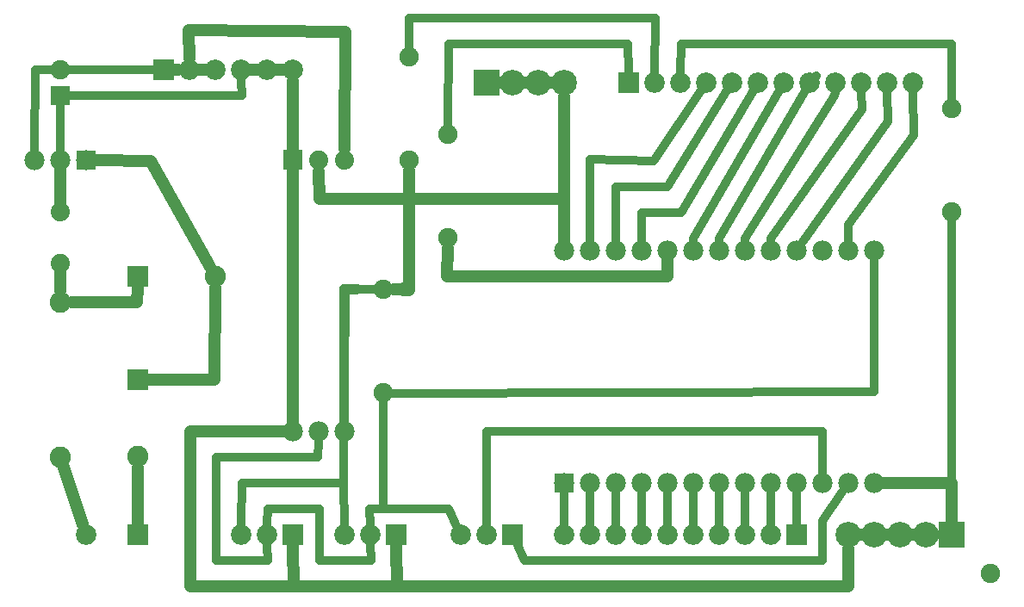
<source format=gbl>
G04 MADE WITH FRITZING*
G04 WWW.FRITZING.ORG*
G04 DOUBLE SIDED*
G04 HOLES PLATED*
G04 CONTOUR ON CENTER OF CONTOUR VECTOR*
%ASAXBY*%
%FSLAX23Y23*%
%MOIN*%
%OFA0B0*%
%SFA1.0B1.0*%
%ADD10C,0.074000*%
%ADD11C,0.075433*%
%ADD12C,0.078000*%
%ADD13C,0.075000*%
%ADD14C,0.082000*%
%ADD15C,0.079370*%
%ADD16C,0.099055*%
%ADD17R,0.078000X0.078000*%
%ADD18R,0.075000X0.075000*%
%ADD19R,0.082000X0.082000*%
%ADD20R,0.079370X0.079370*%
%ADD21R,0.099055X0.099055*%
%ADD22C,0.048000*%
%ADD23C,0.032000*%
%ADD24R,0.001000X0.001000*%
%LNCOPPER0*%
G90*
G70*
G54D10*
X1134Y1714D03*
X1234Y1714D03*
X1334Y1714D03*
X234Y1514D03*
X234Y1314D03*
G54D11*
X3834Y114D03*
G54D12*
X334Y1714D03*
X234Y1714D03*
X134Y1714D03*
X1134Y664D03*
X1234Y664D03*
X1334Y664D03*
X2184Y464D03*
X2184Y1364D03*
X2284Y464D03*
X2284Y1364D03*
X2384Y464D03*
X2384Y1364D03*
X2484Y464D03*
X2484Y1364D03*
X2584Y464D03*
X2584Y1364D03*
X2684Y464D03*
X2684Y1364D03*
X2784Y464D03*
X2784Y1364D03*
X2884Y464D03*
X2884Y1364D03*
X2984Y464D03*
X2984Y1364D03*
X3084Y464D03*
X3084Y1364D03*
X3184Y464D03*
X3184Y1364D03*
X3284Y464D03*
X3284Y1364D03*
X3384Y464D03*
X3384Y1364D03*
G54D13*
X234Y1964D03*
X234Y2064D03*
G54D14*
X534Y864D03*
X534Y566D03*
X234Y564D03*
X234Y1164D03*
X534Y1264D03*
X834Y1264D03*
G54D13*
X1584Y2114D03*
X1584Y1714D03*
X3684Y1914D03*
X3684Y1514D03*
X1734Y1814D03*
X1734Y1414D03*
X1484Y1214D03*
X1484Y814D03*
G54D15*
X3084Y264D03*
X2984Y264D03*
X2884Y264D03*
X2784Y264D03*
X2684Y264D03*
X2584Y264D03*
X2484Y264D03*
X2384Y264D03*
X2284Y264D03*
X2184Y264D03*
G54D16*
X3684Y264D03*
X3584Y264D03*
X3484Y264D03*
X3384Y264D03*
X3284Y264D03*
G54D15*
X1984Y264D03*
X1884Y264D03*
X1784Y264D03*
X1134Y264D03*
X1034Y264D03*
X934Y264D03*
X1534Y264D03*
X1434Y264D03*
X1334Y264D03*
X2434Y2014D03*
X2534Y2014D03*
X2634Y2014D03*
X2734Y2014D03*
X2834Y2014D03*
X2934Y2014D03*
X3034Y2014D03*
X3134Y2014D03*
X3234Y2014D03*
X3334Y2014D03*
X3434Y2014D03*
X3534Y2014D03*
G54D16*
X1884Y2014D03*
X1984Y2014D03*
X2084Y2014D03*
X2184Y2014D03*
G54D15*
X634Y2064D03*
X734Y2064D03*
X834Y2064D03*
X934Y2064D03*
X1034Y2064D03*
X1134Y2064D03*
X534Y264D03*
X334Y264D03*
G54D17*
X334Y1714D03*
X2185Y465D03*
G54D18*
X234Y1964D03*
G54D19*
X534Y865D03*
X534Y1264D03*
G54D20*
X3084Y264D03*
G54D21*
X3684Y264D03*
G54D20*
X1984Y264D03*
X1134Y264D03*
X1534Y264D03*
X2434Y2014D03*
G54D21*
X1884Y2014D03*
G54D20*
X634Y2064D03*
X534Y264D03*
G54D22*
X234Y1552D02*
X234Y1673D01*
D02*
X234Y1276D02*
X234Y1207D01*
G54D23*
D02*
X936Y1964D02*
X274Y1964D01*
D02*
X935Y2022D02*
X936Y1964D01*
G54D22*
D02*
X1336Y2212D02*
X732Y2216D01*
D02*
X732Y2216D02*
X734Y2106D01*
D02*
X1334Y1756D02*
X1336Y2212D01*
D02*
X1236Y1564D02*
X1235Y1672D01*
D02*
X1584Y1564D02*
X1236Y1564D01*
D02*
X1134Y705D02*
X1134Y1672D01*
D02*
X1536Y64D02*
X1136Y64D01*
D02*
X1136Y64D02*
X1135Y222D01*
D02*
X1536Y64D02*
X3284Y64D01*
D02*
X3284Y64D02*
X3284Y212D01*
D02*
X1535Y222D02*
X1536Y64D01*
G54D23*
D02*
X1436Y164D02*
X1236Y164D01*
D02*
X1236Y164D02*
X1236Y364D01*
D02*
X1236Y364D02*
X1036Y364D01*
D02*
X1036Y364D02*
X1035Y306D01*
D02*
X1435Y228D02*
X1436Y164D01*
G54D22*
D02*
X1535Y222D02*
X1536Y64D01*
G54D23*
D02*
X936Y464D02*
X1332Y464D01*
D02*
X1332Y464D02*
X1336Y1216D01*
D02*
X1336Y1216D02*
X1444Y1214D01*
D02*
X935Y306D02*
X936Y464D01*
D02*
X1332Y464D02*
X1332Y1216D01*
D02*
X1332Y1216D02*
X1444Y1214D01*
D02*
X1484Y364D02*
X1484Y780D01*
D02*
X1432Y364D02*
X1484Y364D01*
D02*
X1433Y300D02*
X1432Y364D01*
D02*
X2784Y300D02*
X2784Y428D01*
D02*
X2884Y300D02*
X2884Y428D01*
D02*
X2984Y300D02*
X2984Y428D01*
D02*
X3084Y300D02*
X3084Y428D01*
D02*
X1036Y164D02*
X836Y164D01*
D02*
X836Y164D02*
X836Y564D01*
D02*
X1232Y564D02*
X1233Y623D01*
D02*
X836Y564D02*
X1232Y564D01*
D02*
X1035Y222D02*
X1036Y164D01*
G54D22*
D02*
X1136Y64D02*
X736Y64D01*
D02*
X736Y664D02*
X1093Y664D01*
D02*
X736Y64D02*
X736Y664D01*
D02*
X1135Y222D02*
X1136Y64D01*
G54D23*
D02*
X1332Y1212D02*
X1334Y705D01*
D02*
X1444Y1214D02*
X1332Y1212D01*
D02*
X1334Y300D02*
X1332Y464D01*
D02*
X3436Y1864D02*
X3108Y1398D01*
D02*
X3435Y1978D02*
X3436Y1864D01*
D02*
X3232Y1964D02*
X2884Y1412D01*
D02*
X2884Y1412D02*
X2884Y1405D01*
D02*
X3233Y1978D02*
X3232Y1964D01*
D02*
X3136Y2016D02*
X2784Y1412D01*
D02*
X2784Y1412D02*
X2784Y1405D01*
D02*
X3160Y2040D02*
X3136Y2016D01*
D02*
X2384Y300D02*
X2384Y428D01*
D02*
X2484Y300D02*
X2484Y428D01*
D02*
X2584Y300D02*
X2584Y428D01*
D02*
X2684Y300D02*
X2684Y428D01*
D02*
X3336Y1912D02*
X2984Y1412D01*
D02*
X2984Y1412D02*
X2984Y1405D01*
D02*
X3335Y1978D02*
X3336Y1912D01*
G54D22*
D02*
X692Y2064D02*
X676Y2064D01*
G54D23*
D02*
X3284Y1464D02*
X3284Y1405D01*
D02*
X3536Y1812D02*
X3284Y1464D01*
D02*
X3534Y1978D02*
X3536Y1812D01*
G54D22*
D02*
X3684Y464D02*
X3425Y464D01*
D02*
X3684Y316D02*
X3684Y464D01*
D02*
X2184Y1405D02*
X2184Y1962D01*
G54D23*
D02*
X2284Y1405D02*
X2284Y1716D01*
D02*
X2284Y1716D02*
X2532Y1712D01*
D02*
X2532Y1712D02*
X2714Y1984D01*
D02*
X2684Y1412D02*
X2684Y1405D01*
D02*
X3016Y1983D02*
X2684Y1412D01*
D02*
X2534Y2050D02*
X2536Y2264D01*
D02*
X2536Y2264D02*
X1584Y2264D01*
D02*
X1584Y2264D02*
X1584Y2148D01*
G54D22*
D02*
X2036Y2014D02*
X2032Y2014D01*
G54D23*
D02*
X2000Y231D02*
X2032Y164D01*
D02*
X3184Y316D02*
X3261Y430D01*
D02*
X3184Y164D02*
X3184Y316D01*
D02*
X2032Y164D02*
X3184Y164D01*
G54D22*
D02*
X3536Y264D02*
X3532Y264D01*
G54D23*
D02*
X1734Y1854D02*
X1736Y2164D01*
D02*
X1736Y2164D02*
X2432Y2164D01*
D02*
X2432Y2164D02*
X2434Y2056D01*
G54D22*
D02*
X2136Y2014D02*
X2132Y2014D01*
G54D23*
D02*
X2815Y1983D02*
X2584Y1612D01*
D02*
X2584Y1612D02*
X2384Y1612D01*
D02*
X2384Y1612D02*
X2384Y1405D01*
G54D22*
D02*
X3336Y264D02*
X3332Y264D01*
D02*
X3436Y264D02*
X3432Y264D01*
D02*
X1584Y1216D02*
X1584Y1674D01*
D02*
X1524Y1215D02*
X1584Y1216D01*
G54D23*
D02*
X2635Y2056D02*
X2636Y2164D01*
D02*
X2636Y2164D02*
X3684Y2164D01*
D02*
X3684Y2164D02*
X3684Y1954D01*
D02*
X2636Y1512D02*
X2484Y1512D01*
D02*
X2916Y1983D02*
X2636Y1512D01*
D02*
X2484Y1512D02*
X2484Y1405D01*
G54D22*
D02*
X1732Y1264D02*
X2584Y1264D01*
D02*
X1734Y1374D02*
X1732Y1264D01*
D02*
X2584Y1264D02*
X2584Y1323D01*
D02*
X2184Y1405D02*
X2184Y1564D01*
D02*
X2184Y1564D02*
X1584Y1564D01*
D02*
X1584Y1212D02*
X1524Y1213D01*
D02*
X1584Y1564D02*
X1584Y1212D01*
G54D23*
D02*
X1484Y812D02*
X1484Y364D01*
D02*
X1736Y364D02*
X1768Y297D01*
D02*
X1484Y364D02*
X1736Y364D01*
D02*
X1484Y812D02*
X1484Y774D01*
D02*
X1484Y812D02*
X3384Y816D01*
D02*
X3384Y816D02*
X3384Y1323D01*
D02*
X3425Y464D02*
X3684Y464D01*
D02*
X3684Y464D02*
X3684Y1474D01*
D02*
X3630Y264D02*
X3638Y264D01*
G54D22*
D02*
X1936Y2014D02*
X1932Y2014D01*
G54D23*
D02*
X1884Y300D02*
X1884Y664D01*
D02*
X1884Y664D02*
X3184Y664D01*
D02*
X3184Y664D02*
X3184Y505D01*
G54D22*
D02*
X321Y304D02*
X248Y523D01*
D02*
X534Y523D02*
X534Y306D01*
D02*
X532Y1164D02*
X277Y1164D01*
D02*
X533Y1221D02*
X532Y1164D01*
D02*
X832Y864D02*
X834Y1221D01*
D02*
X577Y864D02*
X832Y864D01*
D02*
X584Y1712D02*
X375Y1714D01*
D02*
X813Y1302D02*
X584Y1712D01*
G54D23*
D02*
X234Y1755D02*
X234Y1924D01*
D02*
X136Y2064D02*
X134Y1755D01*
D02*
X200Y2064D02*
X136Y2064D01*
D02*
X2284Y300D02*
X2284Y429D01*
D02*
X2184Y295D02*
X2184Y434D01*
G54D22*
D02*
X1134Y1756D02*
X1134Y2022D01*
D02*
X1065Y2064D02*
X1103Y2064D01*
D02*
X1003Y2064D02*
X965Y2064D01*
D02*
X765Y2064D02*
X803Y2064D01*
G54D23*
D02*
X263Y2064D02*
X603Y2064D01*
G54D24*
X1097Y1752D02*
X1170Y1752D01*
X1097Y1751D02*
X1170Y1751D01*
X1097Y1750D02*
X1170Y1750D01*
X1097Y1749D02*
X1170Y1749D01*
X1097Y1748D02*
X1170Y1748D01*
X1097Y1747D02*
X1170Y1747D01*
X1097Y1746D02*
X1170Y1746D01*
X1097Y1745D02*
X1170Y1745D01*
X1097Y1744D02*
X1170Y1744D01*
X1097Y1743D02*
X1170Y1743D01*
X1097Y1742D02*
X1170Y1742D01*
X1097Y1741D02*
X1170Y1741D01*
X1097Y1740D02*
X1170Y1740D01*
X1097Y1739D02*
X1170Y1739D01*
X1097Y1738D02*
X1170Y1738D01*
X1097Y1737D02*
X1170Y1737D01*
X1097Y1736D02*
X1170Y1736D01*
X1097Y1735D02*
X1170Y1735D01*
X1097Y1734D02*
X1128Y1734D01*
X1139Y1734D02*
X1170Y1734D01*
X1097Y1733D02*
X1125Y1733D01*
X1142Y1733D02*
X1170Y1733D01*
X1097Y1732D02*
X1123Y1732D01*
X1144Y1732D02*
X1170Y1732D01*
X1097Y1731D02*
X1122Y1731D01*
X1146Y1731D02*
X1170Y1731D01*
X1097Y1730D02*
X1120Y1730D01*
X1147Y1730D02*
X1170Y1730D01*
X1097Y1729D02*
X1119Y1729D01*
X1148Y1729D02*
X1170Y1729D01*
X1097Y1728D02*
X1118Y1728D01*
X1149Y1728D02*
X1170Y1728D01*
X1097Y1727D02*
X1118Y1727D01*
X1150Y1727D02*
X1170Y1727D01*
X1097Y1726D02*
X1117Y1726D01*
X1150Y1726D02*
X1170Y1726D01*
X1097Y1725D02*
X1116Y1725D01*
X1151Y1725D02*
X1170Y1725D01*
X1097Y1724D02*
X1116Y1724D01*
X1152Y1724D02*
X1170Y1724D01*
X1097Y1723D02*
X1115Y1723D01*
X1152Y1723D02*
X1170Y1723D01*
X1097Y1722D02*
X1115Y1722D01*
X1152Y1722D02*
X1170Y1722D01*
X1097Y1721D02*
X1114Y1721D01*
X1153Y1721D02*
X1170Y1721D01*
X1097Y1720D02*
X1114Y1720D01*
X1153Y1720D02*
X1170Y1720D01*
X1097Y1719D02*
X1114Y1719D01*
X1153Y1719D02*
X1170Y1719D01*
X1097Y1718D02*
X1114Y1718D01*
X1154Y1718D02*
X1170Y1718D01*
X1097Y1717D02*
X1114Y1717D01*
X1154Y1717D02*
X1170Y1717D01*
X1097Y1716D02*
X1114Y1716D01*
X1154Y1716D02*
X1170Y1716D01*
X1097Y1715D02*
X1113Y1715D01*
X1154Y1715D02*
X1170Y1715D01*
X1097Y1714D02*
X1114Y1714D01*
X1154Y1714D02*
X1170Y1714D01*
X1097Y1713D02*
X1114Y1713D01*
X1154Y1713D02*
X1170Y1713D01*
X1097Y1712D02*
X1114Y1712D01*
X1153Y1712D02*
X1170Y1712D01*
X1097Y1711D02*
X1114Y1711D01*
X1153Y1711D02*
X1170Y1711D01*
X1097Y1710D02*
X1114Y1710D01*
X1153Y1710D02*
X1170Y1710D01*
X1097Y1709D02*
X1114Y1709D01*
X1153Y1709D02*
X1170Y1709D01*
X1097Y1708D02*
X1115Y1708D01*
X1152Y1708D02*
X1170Y1708D01*
X1097Y1707D02*
X1115Y1707D01*
X1152Y1707D02*
X1170Y1707D01*
X1097Y1706D02*
X1116Y1706D01*
X1151Y1706D02*
X1170Y1706D01*
X1097Y1705D02*
X1116Y1705D01*
X1151Y1705D02*
X1170Y1705D01*
X1097Y1704D02*
X1117Y1704D01*
X1150Y1704D02*
X1170Y1704D01*
X1097Y1703D02*
X1118Y1703D01*
X1150Y1703D02*
X1170Y1703D01*
X1097Y1702D02*
X1119Y1702D01*
X1149Y1702D02*
X1170Y1702D01*
X1097Y1701D02*
X1119Y1701D01*
X1148Y1701D02*
X1170Y1701D01*
X1097Y1700D02*
X1121Y1700D01*
X1147Y1700D02*
X1170Y1700D01*
X1097Y1699D02*
X1122Y1699D01*
X1145Y1699D02*
X1170Y1699D01*
X1097Y1698D02*
X1124Y1698D01*
X1144Y1698D02*
X1170Y1698D01*
X1097Y1697D02*
X1125Y1697D01*
X1142Y1697D02*
X1170Y1697D01*
X1097Y1696D02*
X1129Y1696D01*
X1139Y1696D02*
X1170Y1696D01*
X1097Y1695D02*
X1170Y1695D01*
X1097Y1694D02*
X1170Y1694D01*
X1097Y1693D02*
X1170Y1693D01*
X1097Y1692D02*
X1170Y1692D01*
X1097Y1691D02*
X1170Y1691D01*
X1097Y1690D02*
X1170Y1690D01*
X1097Y1689D02*
X1170Y1689D01*
X1097Y1688D02*
X1170Y1688D01*
X1097Y1687D02*
X1170Y1687D01*
X1097Y1686D02*
X1170Y1686D01*
X1097Y1685D02*
X1170Y1685D01*
X1097Y1684D02*
X1170Y1684D01*
X1097Y1683D02*
X1170Y1683D01*
X1097Y1682D02*
X1170Y1682D01*
X1097Y1681D02*
X1170Y1681D01*
X1097Y1680D02*
X1170Y1680D01*
X1097Y1679D02*
X1170Y1679D01*
D02*
G04 End of Copper0*
M02*
</source>
